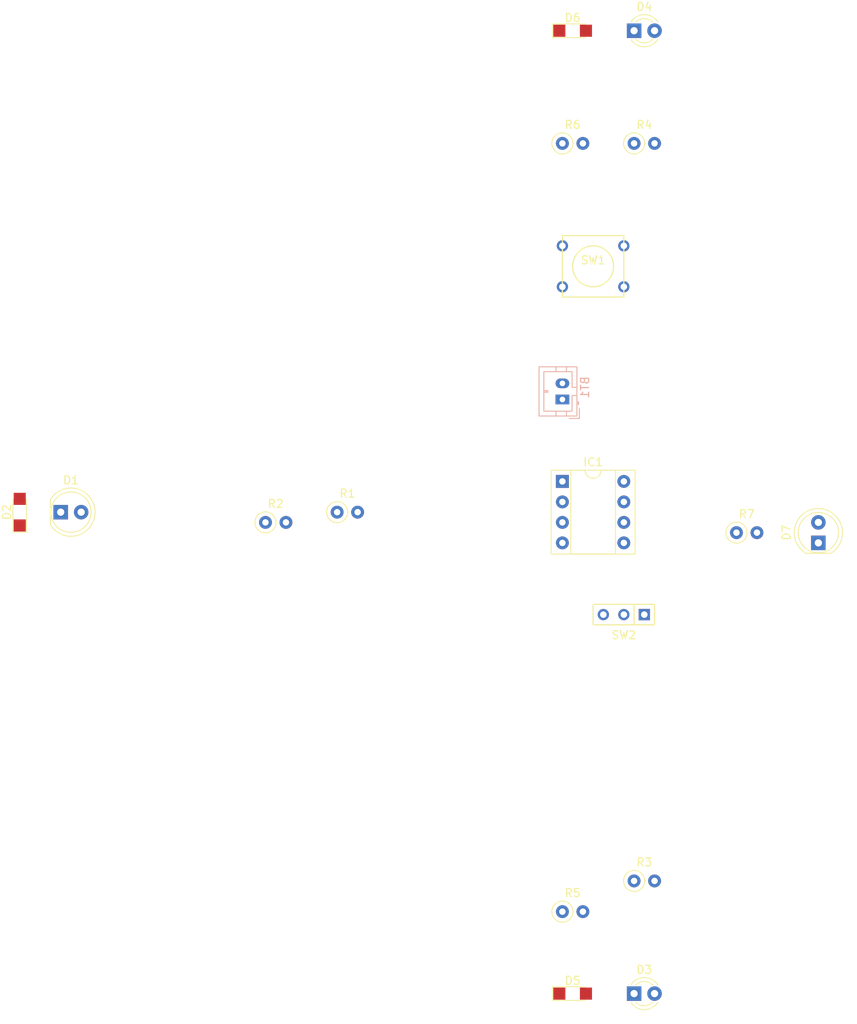
<source format=kicad_pcb>
(kicad_pcb (version 4) (host pcbnew 4.0.6)

  (general
    (links 27)
    (no_connects 27)
    (area 82.515 29.085 189.185 156.435)
    (thickness 1.6)
    (drawings 0)
    (tracks 0)
    (zones 0)
    (modules 18)
    (nets 18)
  )

  (page A4)
  (title_block
    (title "Aircraft Keychain PCB")
    (date 2017-03-26)
    (rev 1)
    (comment 1 "Matthew E. Nelson")
  )

  (layers
    (0 F.Cu signal)
    (31 B.Cu signal)
    (32 B.Adhes user)
    (33 F.Adhes user)
    (34 B.Paste user)
    (35 F.Paste user)
    (36 B.SilkS user)
    (37 F.SilkS user)
    (38 B.Mask user)
    (39 F.Mask user)
    (40 Dwgs.User user)
    (41 Cmts.User user)
    (42 Eco1.User user)
    (43 Eco2.User user)
    (44 Edge.Cuts user)
    (45 Margin user)
    (46 B.CrtYd user)
    (47 F.CrtYd user)
    (48 B.Fab user)
    (49 F.Fab user)
  )

  (setup
    (last_trace_width 0.25)
    (trace_clearance 0.2)
    (zone_clearance 0.508)
    (zone_45_only no)
    (trace_min 0.2)
    (segment_width 0.2)
    (edge_width 0.15)
    (via_size 0.6)
    (via_drill 0.4)
    (via_min_size 0.4)
    (via_min_drill 0.3)
    (uvia_size 0.3)
    (uvia_drill 0.1)
    (uvias_allowed no)
    (uvia_min_size 0.2)
    (uvia_min_drill 0.1)
    (pcb_text_width 0.3)
    (pcb_text_size 1.5 1.5)
    (mod_edge_width 0.15)
    (mod_text_size 1 1)
    (mod_text_width 0.15)
    (pad_size 1.524 1.524)
    (pad_drill 0.762)
    (pad_to_mask_clearance 0.2)
    (aux_axis_origin 0 0)
    (visible_elements 7FFFFFFF)
    (pcbplotparams
      (layerselection 0x00030_80000001)
      (usegerberextensions false)
      (excludeedgelayer true)
      (linewidth 0.100000)
      (plotframeref false)
      (viasonmask false)
      (mode 1)
      (useauxorigin false)
      (hpglpennumber 1)
      (hpglpenspeed 20)
      (hpglpendiameter 15)
      (hpglpenoverlay 2)
      (psnegative false)
      (psa4output false)
      (plotreference true)
      (plotvalue true)
      (plotinvisibletext false)
      (padsonsilk false)
      (subtractmaskfromsilk false)
      (outputformat 1)
      (mirror false)
      (drillshape 1)
      (scaleselection 1)
      (outputdirectory ""))
  )

  (net 0 "")
  (net 1 GND)
  (net 2 "Net-(D1-Pad2)")
  (net 3 "Net-(D2-Pad2)")
  (net 4 "Net-(D3-Pad2)")
  (net 5 "Net-(D4-Pad2)")
  (net 6 "Net-(D5-Pad2)")
  (net 7 "Net-(D6-Pad2)")
  (net 8 "Net-(D7-Pad2)")
  (net 9 "Net-(IC1-Pad8)")
  (net 10 "Net-(BT1-Pad1)")
  (net 11 "Net-(IC1-Pad1)")
  (net 12 "Net-(IC1-Pad5)")
  (net 13 "Net-(IC1-Pad2)")
  (net 14 "Net-(IC1-Pad6)")
  (net 15 "Net-(IC1-Pad3)")
  (net 16 "Net-(IC1-Pad7)")
  (net 17 "Net-(R7-Pad1)")

  (net_class Default "This is the default net class."
    (clearance 0.2)
    (trace_width 0.25)
    (via_dia 0.6)
    (via_drill 0.4)
    (uvia_dia 0.3)
    (uvia_drill 0.1)
    (add_net GND)
    (add_net "Net-(BT1-Pad1)")
    (add_net "Net-(D1-Pad2)")
    (add_net "Net-(D2-Pad2)")
    (add_net "Net-(D3-Pad2)")
    (add_net "Net-(D4-Pad2)")
    (add_net "Net-(D5-Pad2)")
    (add_net "Net-(D6-Pad2)")
    (add_net "Net-(D7-Pad2)")
    (add_net "Net-(IC1-Pad1)")
    (add_net "Net-(IC1-Pad2)")
    (add_net "Net-(IC1-Pad3)")
    (add_net "Net-(IC1-Pad5)")
    (add_net "Net-(IC1-Pad6)")
    (add_net "Net-(IC1-Pad7)")
    (add_net "Net-(IC1-Pad8)")
    (add_net "Net-(R7-Pad1)")
  )

  (module LEDs:LED_D5.0mm (layer F.Cu) (tedit 587A3A7B) (tstamp 58D811F0)
    (at 90.17 92.71)
    (descr "LED, diameter 5.0mm, 2 pins, http://cdn-reichelt.de/documents/datenblatt/A500/LL-504BC2E-009.pdf")
    (tags "LED diameter 5.0mm 2 pins")
    (path /58D8009C)
    (fp_text reference D1 (at 1.27 -3.96) (layer F.SilkS)
      (effects (font (size 1 1) (thickness 0.15)))
    )
    (fp_text value LED (at 1.27 3.96) (layer F.Fab)
      (effects (font (size 1 1) (thickness 0.15)))
    )
    (fp_arc (start 1.27 0) (end -1.23 -1.469694) (angle 299.1) (layer F.Fab) (width 0.1))
    (fp_arc (start 1.27 0) (end -1.29 -1.54483) (angle 148.9) (layer F.SilkS) (width 0.12))
    (fp_arc (start 1.27 0) (end -1.29 1.54483) (angle -148.9) (layer F.SilkS) (width 0.12))
    (fp_circle (center 1.27 0) (end 3.77 0) (layer F.Fab) (width 0.1))
    (fp_circle (center 1.27 0) (end 3.77 0) (layer F.SilkS) (width 0.12))
    (fp_line (start -1.23 -1.469694) (end -1.23 1.469694) (layer F.Fab) (width 0.1))
    (fp_line (start -1.29 -1.545) (end -1.29 1.545) (layer F.SilkS) (width 0.12))
    (fp_line (start -1.95 -3.25) (end -1.95 3.25) (layer F.CrtYd) (width 0.05))
    (fp_line (start -1.95 3.25) (end 4.5 3.25) (layer F.CrtYd) (width 0.05))
    (fp_line (start 4.5 3.25) (end 4.5 -3.25) (layer F.CrtYd) (width 0.05))
    (fp_line (start 4.5 -3.25) (end -1.95 -3.25) (layer F.CrtYd) (width 0.05))
    (pad 1 thru_hole rect (at 0 0) (size 1.8 1.8) (drill 0.9) (layers *.Cu *.Mask)
      (net 1 GND))
    (pad 2 thru_hole circle (at 2.54 0) (size 1.8 1.8) (drill 0.9) (layers *.Cu *.Mask)
      (net 2 "Net-(D1-Pad2)"))
    (model LEDs.3dshapes/LED_D5.0mm.wrl
      (at (xyz 0 0 0))
      (scale (xyz 0.393701 0.393701 0.393701))
      (rotate (xyz 0 0 0))
    )
  )

  (module LEDs:LED_1206 (layer F.Cu) (tedit 57FE943C) (tstamp 58D811F6)
    (at 85.09 92.71 90)
    (descr "LED 1206 smd package")
    (tags "LED led 1206 SMD smd SMT smt smdled SMDLED smtled SMTLED")
    (path /58D80133)
    (attr smd)
    (fp_text reference D2 (at 0 -1.6 90) (layer F.SilkS)
      (effects (font (size 1 1) (thickness 0.15)))
    )
    (fp_text value LED (at 0 1.7 90) (layer F.Fab)
      (effects (font (size 1 1) (thickness 0.15)))
    )
    (fp_line (start -2.5 -0.85) (end -2.5 0.85) (layer F.SilkS) (width 0.12))
    (fp_line (start -0.45 -0.4) (end -0.45 0.4) (layer F.Fab) (width 0.1))
    (fp_line (start -0.4 0) (end 0.2 -0.4) (layer F.Fab) (width 0.1))
    (fp_line (start 0.2 0.4) (end -0.4 0) (layer F.Fab) (width 0.1))
    (fp_line (start 0.2 -0.4) (end 0.2 0.4) (layer F.Fab) (width 0.1))
    (fp_line (start 1.6 0.8) (end -1.6 0.8) (layer F.Fab) (width 0.1))
    (fp_line (start 1.6 -0.8) (end 1.6 0.8) (layer F.Fab) (width 0.1))
    (fp_line (start -1.6 -0.8) (end 1.6 -0.8) (layer F.Fab) (width 0.1))
    (fp_line (start -1.6 0.8) (end -1.6 -0.8) (layer F.Fab) (width 0.1))
    (fp_line (start -2.45 0.85) (end 1.6 0.85) (layer F.SilkS) (width 0.12))
    (fp_line (start -2.45 -0.85) (end 1.6 -0.85) (layer F.SilkS) (width 0.12))
    (fp_line (start 2.65 -1) (end 2.65 1) (layer F.CrtYd) (width 0.05))
    (fp_line (start 2.65 1) (end -2.65 1) (layer F.CrtYd) (width 0.05))
    (fp_line (start -2.65 1) (end -2.65 -1) (layer F.CrtYd) (width 0.05))
    (fp_line (start -2.65 -1) (end 2.65 -1) (layer F.CrtYd) (width 0.05))
    (pad 2 smd rect (at 1.65 0 270) (size 1.5 1.5) (layers F.Cu F.Paste F.Mask)
      (net 3 "Net-(D2-Pad2)"))
    (pad 1 smd rect (at -1.65 0 270) (size 1.5 1.5) (layers F.Cu F.Paste F.Mask)
      (net 1 GND))
    (model LEDs.3dshapes/LED_1206.wrl
      (at (xyz 0 0 0))
      (scale (xyz 1 1 1))
      (rotate (xyz 0 0 180))
    )
  )

  (module LEDs:LED_D3.0mm (layer F.Cu) (tedit 587A3A7B) (tstamp 58D811FC)
    (at 161.29 152.4)
    (descr "LED, diameter 3.0mm, 2 pins")
    (tags "LED diameter 3.0mm 2 pins")
    (path /58D8018C)
    (fp_text reference D3 (at 1.27 -2.96) (layer F.SilkS)
      (effects (font (size 1 1) (thickness 0.15)))
    )
    (fp_text value LED (at 1.27 2.96) (layer F.Fab)
      (effects (font (size 1 1) (thickness 0.15)))
    )
    (fp_arc (start 1.27 0) (end -0.23 -1.16619) (angle 284.3) (layer F.Fab) (width 0.1))
    (fp_arc (start 1.27 0) (end -0.29 -1.235516) (angle 108.8) (layer F.SilkS) (width 0.12))
    (fp_arc (start 1.27 0) (end -0.29 1.235516) (angle -108.8) (layer F.SilkS) (width 0.12))
    (fp_arc (start 1.27 0) (end 0.229039 -1.08) (angle 87.9) (layer F.SilkS) (width 0.12))
    (fp_arc (start 1.27 0) (end 0.229039 1.08) (angle -87.9) (layer F.SilkS) (width 0.12))
    (fp_circle (center 1.27 0) (end 2.77 0) (layer F.Fab) (width 0.1))
    (fp_line (start -0.23 -1.16619) (end -0.23 1.16619) (layer F.Fab) (width 0.1))
    (fp_line (start -0.29 -1.236) (end -0.29 -1.08) (layer F.SilkS) (width 0.12))
    (fp_line (start -0.29 1.08) (end -0.29 1.236) (layer F.SilkS) (width 0.12))
    (fp_line (start -1.15 -2.25) (end -1.15 2.25) (layer F.CrtYd) (width 0.05))
    (fp_line (start -1.15 2.25) (end 3.7 2.25) (layer F.CrtYd) (width 0.05))
    (fp_line (start 3.7 2.25) (end 3.7 -2.25) (layer F.CrtYd) (width 0.05))
    (fp_line (start 3.7 -2.25) (end -1.15 -2.25) (layer F.CrtYd) (width 0.05))
    (pad 1 thru_hole rect (at 0 0) (size 1.8 1.8) (drill 0.9) (layers *.Cu *.Mask)
      (net 1 GND))
    (pad 2 thru_hole circle (at 2.54 0) (size 1.8 1.8) (drill 0.9) (layers *.Cu *.Mask)
      (net 4 "Net-(D3-Pad2)"))
    (model LEDs.3dshapes/LED_D3.0mm.wrl
      (at (xyz 0 0 0))
      (scale (xyz 0.393701 0.393701 0.393701))
      (rotate (xyz 0 0 0))
    )
  )

  (module LEDs:LED_D3.0mm (layer F.Cu) (tedit 587A3A7B) (tstamp 58D81202)
    (at 161.29 33.02)
    (descr "LED, diameter 3.0mm, 2 pins")
    (tags "LED diameter 3.0mm 2 pins")
    (path /58D8023B)
    (fp_text reference D4 (at 1.27 -2.96) (layer F.SilkS)
      (effects (font (size 1 1) (thickness 0.15)))
    )
    (fp_text value LED (at 1.27 2.96) (layer F.Fab)
      (effects (font (size 1 1) (thickness 0.15)))
    )
    (fp_arc (start 1.27 0) (end -0.23 -1.16619) (angle 284.3) (layer F.Fab) (width 0.1))
    (fp_arc (start 1.27 0) (end -0.29 -1.235516) (angle 108.8) (layer F.SilkS) (width 0.12))
    (fp_arc (start 1.27 0) (end -0.29 1.235516) (angle -108.8) (layer F.SilkS) (width 0.12))
    (fp_arc (start 1.27 0) (end 0.229039 -1.08) (angle 87.9) (layer F.SilkS) (width 0.12))
    (fp_arc (start 1.27 0) (end 0.229039 1.08) (angle -87.9) (layer F.SilkS) (width 0.12))
    (fp_circle (center 1.27 0) (end 2.77 0) (layer F.Fab) (width 0.1))
    (fp_line (start -0.23 -1.16619) (end -0.23 1.16619) (layer F.Fab) (width 0.1))
    (fp_line (start -0.29 -1.236) (end -0.29 -1.08) (layer F.SilkS) (width 0.12))
    (fp_line (start -0.29 1.08) (end -0.29 1.236) (layer F.SilkS) (width 0.12))
    (fp_line (start -1.15 -2.25) (end -1.15 2.25) (layer F.CrtYd) (width 0.05))
    (fp_line (start -1.15 2.25) (end 3.7 2.25) (layer F.CrtYd) (width 0.05))
    (fp_line (start 3.7 2.25) (end 3.7 -2.25) (layer F.CrtYd) (width 0.05))
    (fp_line (start 3.7 -2.25) (end -1.15 -2.25) (layer F.CrtYd) (width 0.05))
    (pad 1 thru_hole rect (at 0 0) (size 1.8 1.8) (drill 0.9) (layers *.Cu *.Mask)
      (net 1 GND))
    (pad 2 thru_hole circle (at 2.54 0) (size 1.8 1.8) (drill 0.9) (layers *.Cu *.Mask)
      (net 5 "Net-(D4-Pad2)"))
    (model LEDs.3dshapes/LED_D3.0mm.wrl
      (at (xyz 0 0 0))
      (scale (xyz 0.393701 0.393701 0.393701))
      (rotate (xyz 0 0 0))
    )
  )

  (module LEDs:LED_1206 (layer F.Cu) (tedit 57FE943C) (tstamp 58D81208)
    (at 153.67 152.4)
    (descr "LED 1206 smd package")
    (tags "LED led 1206 SMD smd SMT smt smdled SMDLED smtled SMTLED")
    (path /58D8036C)
    (attr smd)
    (fp_text reference D5 (at 0 -1.6) (layer F.SilkS)
      (effects (font (size 1 1) (thickness 0.15)))
    )
    (fp_text value LED (at 0 1.7) (layer F.Fab)
      (effects (font (size 1 1) (thickness 0.15)))
    )
    (fp_line (start -2.5 -0.85) (end -2.5 0.85) (layer F.SilkS) (width 0.12))
    (fp_line (start -0.45 -0.4) (end -0.45 0.4) (layer F.Fab) (width 0.1))
    (fp_line (start -0.4 0) (end 0.2 -0.4) (layer F.Fab) (width 0.1))
    (fp_line (start 0.2 0.4) (end -0.4 0) (layer F.Fab) (width 0.1))
    (fp_line (start 0.2 -0.4) (end 0.2 0.4) (layer F.Fab) (width 0.1))
    (fp_line (start 1.6 0.8) (end -1.6 0.8) (layer F.Fab) (width 0.1))
    (fp_line (start 1.6 -0.8) (end 1.6 0.8) (layer F.Fab) (width 0.1))
    (fp_line (start -1.6 -0.8) (end 1.6 -0.8) (layer F.Fab) (width 0.1))
    (fp_line (start -1.6 0.8) (end -1.6 -0.8) (layer F.Fab) (width 0.1))
    (fp_line (start -2.45 0.85) (end 1.6 0.85) (layer F.SilkS) (width 0.12))
    (fp_line (start -2.45 -0.85) (end 1.6 -0.85) (layer F.SilkS) (width 0.12))
    (fp_line (start 2.65 -1) (end 2.65 1) (layer F.CrtYd) (width 0.05))
    (fp_line (start 2.65 1) (end -2.65 1) (layer F.CrtYd) (width 0.05))
    (fp_line (start -2.65 1) (end -2.65 -1) (layer F.CrtYd) (width 0.05))
    (fp_line (start -2.65 -1) (end 2.65 -1) (layer F.CrtYd) (width 0.05))
    (pad 2 smd rect (at 1.65 0 180) (size 1.5 1.5) (layers F.Cu F.Paste F.Mask)
      (net 6 "Net-(D5-Pad2)"))
    (pad 1 smd rect (at -1.65 0 180) (size 1.5 1.5) (layers F.Cu F.Paste F.Mask)
      (net 1 GND))
    (model LEDs.3dshapes/LED_1206.wrl
      (at (xyz 0 0 0))
      (scale (xyz 1 1 1))
      (rotate (xyz 0 0 180))
    )
  )

  (module LEDs:LED_1206 (layer F.Cu) (tedit 57FE943C) (tstamp 58D8120E)
    (at 153.67 33.02)
    (descr "LED 1206 smd package")
    (tags "LED led 1206 SMD smd SMT smt smdled SMDLED smtled SMTLED")
    (path /58D80AA4)
    (attr smd)
    (fp_text reference D6 (at 0 -1.6) (layer F.SilkS)
      (effects (font (size 1 1) (thickness 0.15)))
    )
    (fp_text value LED (at 0 1.7) (layer F.Fab)
      (effects (font (size 1 1) (thickness 0.15)))
    )
    (fp_line (start -2.5 -0.85) (end -2.5 0.85) (layer F.SilkS) (width 0.12))
    (fp_line (start -0.45 -0.4) (end -0.45 0.4) (layer F.Fab) (width 0.1))
    (fp_line (start -0.4 0) (end 0.2 -0.4) (layer F.Fab) (width 0.1))
    (fp_line (start 0.2 0.4) (end -0.4 0) (layer F.Fab) (width 0.1))
    (fp_line (start 0.2 -0.4) (end 0.2 0.4) (layer F.Fab) (width 0.1))
    (fp_line (start 1.6 0.8) (end -1.6 0.8) (layer F.Fab) (width 0.1))
    (fp_line (start 1.6 -0.8) (end 1.6 0.8) (layer F.Fab) (width 0.1))
    (fp_line (start -1.6 -0.8) (end 1.6 -0.8) (layer F.Fab) (width 0.1))
    (fp_line (start -1.6 0.8) (end -1.6 -0.8) (layer F.Fab) (width 0.1))
    (fp_line (start -2.45 0.85) (end 1.6 0.85) (layer F.SilkS) (width 0.12))
    (fp_line (start -2.45 -0.85) (end 1.6 -0.85) (layer F.SilkS) (width 0.12))
    (fp_line (start 2.65 -1) (end 2.65 1) (layer F.CrtYd) (width 0.05))
    (fp_line (start 2.65 1) (end -2.65 1) (layer F.CrtYd) (width 0.05))
    (fp_line (start -2.65 1) (end -2.65 -1) (layer F.CrtYd) (width 0.05))
    (fp_line (start -2.65 -1) (end 2.65 -1) (layer F.CrtYd) (width 0.05))
    (pad 2 smd rect (at 1.65 0 180) (size 1.5 1.5) (layers F.Cu F.Paste F.Mask)
      (net 7 "Net-(D6-Pad2)"))
    (pad 1 smd rect (at -1.65 0 180) (size 1.5 1.5) (layers F.Cu F.Paste F.Mask)
      (net 1 GND))
    (model LEDs.3dshapes/LED_1206.wrl
      (at (xyz 0 0 0))
      (scale (xyz 1 1 1))
      (rotate (xyz 0 0 180))
    )
  )

  (module LEDs:LED_D5.0mm (layer F.Cu) (tedit 587A3A7B) (tstamp 58D81214)
    (at 184.15 96.52 90)
    (descr "LED, diameter 5.0mm, 2 pins, http://cdn-reichelt.de/documents/datenblatt/A500/LL-504BC2E-009.pdf")
    (tags "LED diameter 5.0mm 2 pins")
    (path /58D8158B)
    (fp_text reference D7 (at 1.27 -3.96 90) (layer F.SilkS)
      (effects (font (size 1 1) (thickness 0.15)))
    )
    (fp_text value LED (at 1.27 3.96 90) (layer F.Fab)
      (effects (font (size 1 1) (thickness 0.15)))
    )
    (fp_arc (start 1.27 0) (end -1.23 -1.469694) (angle 299.1) (layer F.Fab) (width 0.1))
    (fp_arc (start 1.27 0) (end -1.29 -1.54483) (angle 148.9) (layer F.SilkS) (width 0.12))
    (fp_arc (start 1.27 0) (end -1.29 1.54483) (angle -148.9) (layer F.SilkS) (width 0.12))
    (fp_circle (center 1.27 0) (end 3.77 0) (layer F.Fab) (width 0.1))
    (fp_circle (center 1.27 0) (end 3.77 0) (layer F.SilkS) (width 0.12))
    (fp_line (start -1.23 -1.469694) (end -1.23 1.469694) (layer F.Fab) (width 0.1))
    (fp_line (start -1.29 -1.545) (end -1.29 1.545) (layer F.SilkS) (width 0.12))
    (fp_line (start -1.95 -3.25) (end -1.95 3.25) (layer F.CrtYd) (width 0.05))
    (fp_line (start -1.95 3.25) (end 4.5 3.25) (layer F.CrtYd) (width 0.05))
    (fp_line (start 4.5 3.25) (end 4.5 -3.25) (layer F.CrtYd) (width 0.05))
    (fp_line (start 4.5 -3.25) (end -1.95 -3.25) (layer F.CrtYd) (width 0.05))
    (pad 1 thru_hole rect (at 0 0 90) (size 1.8 1.8) (drill 0.9) (layers *.Cu *.Mask)
      (net 1 GND))
    (pad 2 thru_hole circle (at 2.54 0 90) (size 1.8 1.8) (drill 0.9) (layers *.Cu *.Mask)
      (net 8 "Net-(D7-Pad2)"))
    (model LEDs.3dshapes/LED_D5.0mm.wrl
      (at (xyz 0 0 0))
      (scale (xyz 0.393701 0.393701 0.393701))
      (rotate (xyz 0 0 0))
    )
  )

  (module Housings_DIP:DIP-8_W7.62mm_Socket (layer F.Cu) (tedit 586281B4) (tstamp 58D81220)
    (at 152.4 88.9)
    (descr "8-lead dip package, row spacing 7.62 mm (300 mils), Socket")
    (tags "DIL DIP PDIP 2.54mm 7.62mm 300mil Socket")
    (path /58D827D7)
    (fp_text reference IC1 (at 3.81 -2.39) (layer F.SilkS)
      (effects (font (size 1 1) (thickness 0.15)))
    )
    (fp_text value ATTINY85-P (at 3.81 10.01) (layer F.Fab)
      (effects (font (size 1 1) (thickness 0.15)))
    )
    (fp_arc (start 3.81 -1.39) (end 2.81 -1.39) (angle -180) (layer F.SilkS) (width 0.12))
    (fp_line (start 1.635 -1.27) (end 6.985 -1.27) (layer F.Fab) (width 0.1))
    (fp_line (start 6.985 -1.27) (end 6.985 8.89) (layer F.Fab) (width 0.1))
    (fp_line (start 6.985 8.89) (end 0.635 8.89) (layer F.Fab) (width 0.1))
    (fp_line (start 0.635 8.89) (end 0.635 -0.27) (layer F.Fab) (width 0.1))
    (fp_line (start 0.635 -0.27) (end 1.635 -1.27) (layer F.Fab) (width 0.1))
    (fp_line (start -1.27 -1.27) (end -1.27 8.89) (layer F.Fab) (width 0.1))
    (fp_line (start -1.27 8.89) (end 8.89 8.89) (layer F.Fab) (width 0.1))
    (fp_line (start 8.89 8.89) (end 8.89 -1.27) (layer F.Fab) (width 0.1))
    (fp_line (start 8.89 -1.27) (end -1.27 -1.27) (layer F.Fab) (width 0.1))
    (fp_line (start 2.81 -1.39) (end 1.04 -1.39) (layer F.SilkS) (width 0.12))
    (fp_line (start 1.04 -1.39) (end 1.04 9.01) (layer F.SilkS) (width 0.12))
    (fp_line (start 1.04 9.01) (end 6.58 9.01) (layer F.SilkS) (width 0.12))
    (fp_line (start 6.58 9.01) (end 6.58 -1.39) (layer F.SilkS) (width 0.12))
    (fp_line (start 6.58 -1.39) (end 4.81 -1.39) (layer F.SilkS) (width 0.12))
    (fp_line (start -1.39 -1.39) (end -1.39 9.01) (layer F.SilkS) (width 0.12))
    (fp_line (start -1.39 9.01) (end 9.01 9.01) (layer F.SilkS) (width 0.12))
    (fp_line (start 9.01 9.01) (end 9.01 -1.39) (layer F.SilkS) (width 0.12))
    (fp_line (start 9.01 -1.39) (end -1.39 -1.39) (layer F.SilkS) (width 0.12))
    (fp_line (start -1.7 -1.7) (end -1.7 9.3) (layer F.CrtYd) (width 0.05))
    (fp_line (start -1.7 9.3) (end 9.3 9.3) (layer F.CrtYd) (width 0.05))
    (fp_line (start 9.3 9.3) (end 9.3 -1.7) (layer F.CrtYd) (width 0.05))
    (fp_line (start 9.3 -1.7) (end -1.7 -1.7) (layer F.CrtYd) (width 0.05))
    (pad 1 thru_hole rect (at 0 0) (size 1.6 1.6) (drill 0.8) (layers *.Cu *.Mask)
      (net 11 "Net-(IC1-Pad1)"))
    (pad 5 thru_hole oval (at 7.62 7.62) (size 1.6 1.6) (drill 0.8) (layers *.Cu *.Mask)
      (net 12 "Net-(IC1-Pad5)"))
    (pad 2 thru_hole oval (at 0 2.54) (size 1.6 1.6) (drill 0.8) (layers *.Cu *.Mask)
      (net 13 "Net-(IC1-Pad2)"))
    (pad 6 thru_hole oval (at 7.62 5.08) (size 1.6 1.6) (drill 0.8) (layers *.Cu *.Mask)
      (net 14 "Net-(IC1-Pad6)"))
    (pad 3 thru_hole oval (at 0 5.08) (size 1.6 1.6) (drill 0.8) (layers *.Cu *.Mask)
      (net 15 "Net-(IC1-Pad3)"))
    (pad 7 thru_hole oval (at 7.62 2.54) (size 1.6 1.6) (drill 0.8) (layers *.Cu *.Mask)
      (net 16 "Net-(IC1-Pad7)"))
    (pad 4 thru_hole oval (at 0 7.62) (size 1.6 1.6) (drill 0.8) (layers *.Cu *.Mask)
      (net 1 GND))
    (pad 8 thru_hole oval (at 7.62 0) (size 1.6 1.6) (drill 0.8) (layers *.Cu *.Mask)
      (net 9 "Net-(IC1-Pad8)"))
    (model Housings_DIP.3dshapes/DIP-8_W7.62mm_Socket.wrl
      (at (xyz 0 0 0))
      (scale (xyz 1 1 1))
      (rotate (xyz 0 0 0))
    )
  )

  (module Resistors_ThroughHole:R_Axial_DIN0207_L6.3mm_D2.5mm_P2.54mm_Vertical (layer F.Cu) (tedit 5874F706) (tstamp 58E08C95)
    (at 124.46 92.71)
    (descr "Resistor, Axial_DIN0207 series, Axial, Vertical, pin pitch=2.54mm, 0.25W = 1/4W, length*diameter=6.3*2.5mm^2, http://cdn-reichelt.de/documents/datenblatt/B400/1_4W%23YAG.pdf")
    (tags "Resistor Axial_DIN0207 series Axial Vertical pin pitch 2.54mm 0.25W = 1/4W length 6.3mm diameter 2.5mm")
    (path /58E07A9A)
    (fp_text reference R1 (at 1.27 -2.31) (layer F.SilkS)
      (effects (font (size 1 1) (thickness 0.15)))
    )
    (fp_text value 100 (at 1.27 2.31) (layer F.Fab)
      (effects (font (size 1 1) (thickness 0.15)))
    )
    (fp_circle (center 0 0) (end 1.25 0) (layer F.Fab) (width 0.1))
    (fp_circle (center 0 0) (end 1.31 0) (layer F.SilkS) (width 0.12))
    (fp_line (start 0 0) (end 2.54 0) (layer F.Fab) (width 0.1))
    (fp_line (start 1.31 0) (end 1.44 0) (layer F.SilkS) (width 0.12))
    (fp_line (start -1.6 -1.6) (end -1.6 1.6) (layer F.CrtYd) (width 0.05))
    (fp_line (start -1.6 1.6) (end 3.65 1.6) (layer F.CrtYd) (width 0.05))
    (fp_line (start 3.65 1.6) (end 3.65 -1.6) (layer F.CrtYd) (width 0.05))
    (fp_line (start 3.65 -1.6) (end -1.6 -1.6) (layer F.CrtYd) (width 0.05))
    (pad 1 thru_hole circle (at 0 0) (size 1.6 1.6) (drill 0.8) (layers *.Cu *.Mask)
      (net 12 "Net-(IC1-Pad5)"))
    (pad 2 thru_hole oval (at 2.54 0) (size 1.6 1.6) (drill 0.8) (layers *.Cu *.Mask)
      (net 2 "Net-(D1-Pad2)"))
    (model Resistors_THT.3dshapes/R_Axial_DIN0207_L6.3mm_D2.5mm_P2.54mm_Vertical.wrl
      (at (xyz 0 0 0))
      (scale (xyz 0.393701 0.393701 0.393701))
      (rotate (xyz 0 0 0))
    )
  )

  (module Resistors_ThroughHole:R_Axial_DIN0207_L6.3mm_D2.5mm_P2.54mm_Vertical (layer F.Cu) (tedit 5874F706) (tstamp 58E08C9B)
    (at 115.57 93.98)
    (descr "Resistor, Axial_DIN0207 series, Axial, Vertical, pin pitch=2.54mm, 0.25W = 1/4W, length*diameter=6.3*2.5mm^2, http://cdn-reichelt.de/documents/datenblatt/B400/1_4W%23YAG.pdf")
    (tags "Resistor Axial_DIN0207 series Axial Vertical pin pitch 2.54mm 0.25W = 1/4W length 6.3mm diameter 2.5mm")
    (path /58E07B96)
    (fp_text reference R2 (at 1.27 -2.31) (layer F.SilkS)
      (effects (font (size 1 1) (thickness 0.15)))
    )
    (fp_text value 100 (at 1.27 2.31) (layer F.Fab)
      (effects (font (size 1 1) (thickness 0.15)))
    )
    (fp_circle (center 0 0) (end 1.25 0) (layer F.Fab) (width 0.1))
    (fp_circle (center 0 0) (end 1.31 0) (layer F.SilkS) (width 0.12))
    (fp_line (start 0 0) (end 2.54 0) (layer F.Fab) (width 0.1))
    (fp_line (start 1.31 0) (end 1.44 0) (layer F.SilkS) (width 0.12))
    (fp_line (start -1.6 -1.6) (end -1.6 1.6) (layer F.CrtYd) (width 0.05))
    (fp_line (start -1.6 1.6) (end 3.65 1.6) (layer F.CrtYd) (width 0.05))
    (fp_line (start 3.65 1.6) (end 3.65 -1.6) (layer F.CrtYd) (width 0.05))
    (fp_line (start 3.65 -1.6) (end -1.6 -1.6) (layer F.CrtYd) (width 0.05))
    (pad 1 thru_hole circle (at 0 0) (size 1.6 1.6) (drill 0.8) (layers *.Cu *.Mask)
      (net 14 "Net-(IC1-Pad6)"))
    (pad 2 thru_hole oval (at 2.54 0) (size 1.6 1.6) (drill 0.8) (layers *.Cu *.Mask)
      (net 3 "Net-(D2-Pad2)"))
    (model Resistors_THT.3dshapes/R_Axial_DIN0207_L6.3mm_D2.5mm_P2.54mm_Vertical.wrl
      (at (xyz 0 0 0))
      (scale (xyz 0.393701 0.393701 0.393701))
      (rotate (xyz 0 0 0))
    )
  )

  (module Resistors_ThroughHole:R_Axial_DIN0207_L6.3mm_D2.5mm_P2.54mm_Vertical (layer F.Cu) (tedit 5874F706) (tstamp 58E08CA1)
    (at 161.29 138.43)
    (descr "Resistor, Axial_DIN0207 series, Axial, Vertical, pin pitch=2.54mm, 0.25W = 1/4W, length*diameter=6.3*2.5mm^2, http://cdn-reichelt.de/documents/datenblatt/B400/1_4W%23YAG.pdf")
    (tags "Resistor Axial_DIN0207 series Axial Vertical pin pitch 2.54mm 0.25W = 1/4W length 6.3mm diameter 2.5mm")
    (path /58E07BFF)
    (fp_text reference R3 (at 1.27 -2.31) (layer F.SilkS)
      (effects (font (size 1 1) (thickness 0.15)))
    )
    (fp_text value 100 (at 1.27 2.31) (layer F.Fab)
      (effects (font (size 1 1) (thickness 0.15)))
    )
    (fp_circle (center 0 0) (end 1.25 0) (layer F.Fab) (width 0.1))
    (fp_circle (center 0 0) (end 1.31 0) (layer F.SilkS) (width 0.12))
    (fp_line (start 0 0) (end 2.54 0) (layer F.Fab) (width 0.1))
    (fp_line (start 1.31 0) (end 1.44 0) (layer F.SilkS) (width 0.12))
    (fp_line (start -1.6 -1.6) (end -1.6 1.6) (layer F.CrtYd) (width 0.05))
    (fp_line (start -1.6 1.6) (end 3.65 1.6) (layer F.CrtYd) (width 0.05))
    (fp_line (start 3.65 1.6) (end 3.65 -1.6) (layer F.CrtYd) (width 0.05))
    (fp_line (start 3.65 -1.6) (end -1.6 -1.6) (layer F.CrtYd) (width 0.05))
    (pad 1 thru_hole circle (at 0 0) (size 1.6 1.6) (drill 0.8) (layers *.Cu *.Mask)
      (net 16 "Net-(IC1-Pad7)"))
    (pad 2 thru_hole oval (at 2.54 0) (size 1.6 1.6) (drill 0.8) (layers *.Cu *.Mask)
      (net 4 "Net-(D3-Pad2)"))
    (model Resistors_THT.3dshapes/R_Axial_DIN0207_L6.3mm_D2.5mm_P2.54mm_Vertical.wrl
      (at (xyz 0 0 0))
      (scale (xyz 0.393701 0.393701 0.393701))
      (rotate (xyz 0 0 0))
    )
  )

  (module Resistors_ThroughHole:R_Axial_DIN0207_L6.3mm_D2.5mm_P2.54mm_Vertical (layer F.Cu) (tedit 5874F706) (tstamp 58E08CA7)
    (at 161.29 46.99)
    (descr "Resistor, Axial_DIN0207 series, Axial, Vertical, pin pitch=2.54mm, 0.25W = 1/4W, length*diameter=6.3*2.5mm^2, http://cdn-reichelt.de/documents/datenblatt/B400/1_4W%23YAG.pdf")
    (tags "Resistor Axial_DIN0207 series Axial Vertical pin pitch 2.54mm 0.25W = 1/4W length 6.3mm diameter 2.5mm")
    (path /58E07C60)
    (fp_text reference R4 (at 1.27 -2.31) (layer F.SilkS)
      (effects (font (size 1 1) (thickness 0.15)))
    )
    (fp_text value 100 (at 1.27 2.31) (layer F.Fab)
      (effects (font (size 1 1) (thickness 0.15)))
    )
    (fp_circle (center 0 0) (end 1.25 0) (layer F.Fab) (width 0.1))
    (fp_circle (center 0 0) (end 1.31 0) (layer F.SilkS) (width 0.12))
    (fp_line (start 0 0) (end 2.54 0) (layer F.Fab) (width 0.1))
    (fp_line (start 1.31 0) (end 1.44 0) (layer F.SilkS) (width 0.12))
    (fp_line (start -1.6 -1.6) (end -1.6 1.6) (layer F.CrtYd) (width 0.05))
    (fp_line (start -1.6 1.6) (end 3.65 1.6) (layer F.CrtYd) (width 0.05))
    (fp_line (start 3.65 1.6) (end 3.65 -1.6) (layer F.CrtYd) (width 0.05))
    (fp_line (start 3.65 -1.6) (end -1.6 -1.6) (layer F.CrtYd) (width 0.05))
    (pad 1 thru_hole circle (at 0 0) (size 1.6 1.6) (drill 0.8) (layers *.Cu *.Mask)
      (net 13 "Net-(IC1-Pad2)"))
    (pad 2 thru_hole oval (at 2.54 0) (size 1.6 1.6) (drill 0.8) (layers *.Cu *.Mask)
      (net 5 "Net-(D4-Pad2)"))
    (model Resistors_THT.3dshapes/R_Axial_DIN0207_L6.3mm_D2.5mm_P2.54mm_Vertical.wrl
      (at (xyz 0 0 0))
      (scale (xyz 0.393701 0.393701 0.393701))
      (rotate (xyz 0 0 0))
    )
  )

  (module Resistors_ThroughHole:R_Axial_DIN0207_L6.3mm_D2.5mm_P2.54mm_Vertical (layer F.Cu) (tedit 5874F706) (tstamp 58E08CAD)
    (at 152.4 142.24)
    (descr "Resistor, Axial_DIN0207 series, Axial, Vertical, pin pitch=2.54mm, 0.25W = 1/4W, length*diameter=6.3*2.5mm^2, http://cdn-reichelt.de/documents/datenblatt/B400/1_4W%23YAG.pdf")
    (tags "Resistor Axial_DIN0207 series Axial Vertical pin pitch 2.54mm 0.25W = 1/4W length 6.3mm diameter 2.5mm")
    (path /58E07CA3)
    (fp_text reference R5 (at 1.27 -2.31) (layer F.SilkS)
      (effects (font (size 1 1) (thickness 0.15)))
    )
    (fp_text value 100 (at 1.27 2.31) (layer F.Fab)
      (effects (font (size 1 1) (thickness 0.15)))
    )
    (fp_circle (center 0 0) (end 1.25 0) (layer F.Fab) (width 0.1))
    (fp_circle (center 0 0) (end 1.31 0) (layer F.SilkS) (width 0.12))
    (fp_line (start 0 0) (end 2.54 0) (layer F.Fab) (width 0.1))
    (fp_line (start 1.31 0) (end 1.44 0) (layer F.SilkS) (width 0.12))
    (fp_line (start -1.6 -1.6) (end -1.6 1.6) (layer F.CrtYd) (width 0.05))
    (fp_line (start -1.6 1.6) (end 3.65 1.6) (layer F.CrtYd) (width 0.05))
    (fp_line (start 3.65 1.6) (end 3.65 -1.6) (layer F.CrtYd) (width 0.05))
    (fp_line (start 3.65 -1.6) (end -1.6 -1.6) (layer F.CrtYd) (width 0.05))
    (pad 1 thru_hole circle (at 0 0) (size 1.6 1.6) (drill 0.8) (layers *.Cu *.Mask)
      (net 15 "Net-(IC1-Pad3)"))
    (pad 2 thru_hole oval (at 2.54 0) (size 1.6 1.6) (drill 0.8) (layers *.Cu *.Mask)
      (net 6 "Net-(D5-Pad2)"))
    (model Resistors_THT.3dshapes/R_Axial_DIN0207_L6.3mm_D2.5mm_P2.54mm_Vertical.wrl
      (at (xyz 0 0 0))
      (scale (xyz 0.393701 0.393701 0.393701))
      (rotate (xyz 0 0 0))
    )
  )

  (module Resistors_ThroughHole:R_Axial_DIN0207_L6.3mm_D2.5mm_P2.54mm_Vertical (layer F.Cu) (tedit 5874F706) (tstamp 58E08CB3)
    (at 152.4 46.99)
    (descr "Resistor, Axial_DIN0207 series, Axial, Vertical, pin pitch=2.54mm, 0.25W = 1/4W, length*diameter=6.3*2.5mm^2, http://cdn-reichelt.de/documents/datenblatt/B400/1_4W%23YAG.pdf")
    (tags "Resistor Axial_DIN0207 series Axial Vertical pin pitch 2.54mm 0.25W = 1/4W length 6.3mm diameter 2.5mm")
    (path /58E07CDC)
    (fp_text reference R6 (at 1.27 -2.31) (layer F.SilkS)
      (effects (font (size 1 1) (thickness 0.15)))
    )
    (fp_text value 100 (at 1.27 2.31) (layer F.Fab)
      (effects (font (size 1 1) (thickness 0.15)))
    )
    (fp_circle (center 0 0) (end 1.25 0) (layer F.Fab) (width 0.1))
    (fp_circle (center 0 0) (end 1.31 0) (layer F.SilkS) (width 0.12))
    (fp_line (start 0 0) (end 2.54 0) (layer F.Fab) (width 0.1))
    (fp_line (start 1.31 0) (end 1.44 0) (layer F.SilkS) (width 0.12))
    (fp_line (start -1.6 -1.6) (end -1.6 1.6) (layer F.CrtYd) (width 0.05))
    (fp_line (start -1.6 1.6) (end 3.65 1.6) (layer F.CrtYd) (width 0.05))
    (fp_line (start 3.65 1.6) (end 3.65 -1.6) (layer F.CrtYd) (width 0.05))
    (fp_line (start 3.65 -1.6) (end -1.6 -1.6) (layer F.CrtYd) (width 0.05))
    (pad 1 thru_hole circle (at 0 0) (size 1.6 1.6) (drill 0.8) (layers *.Cu *.Mask)
      (net 11 "Net-(IC1-Pad1)"))
    (pad 2 thru_hole oval (at 2.54 0) (size 1.6 1.6) (drill 0.8) (layers *.Cu *.Mask)
      (net 7 "Net-(D6-Pad2)"))
    (model Resistors_THT.3dshapes/R_Axial_DIN0207_L6.3mm_D2.5mm_P2.54mm_Vertical.wrl
      (at (xyz 0 0 0))
      (scale (xyz 0.393701 0.393701 0.393701))
      (rotate (xyz 0 0 0))
    )
  )

  (module Resistors_ThroughHole:R_Axial_DIN0207_L6.3mm_D2.5mm_P2.54mm_Vertical (layer F.Cu) (tedit 5874F706) (tstamp 58E08CB9)
    (at 173.99 95.25)
    (descr "Resistor, Axial_DIN0207 series, Axial, Vertical, pin pitch=2.54mm, 0.25W = 1/4W, length*diameter=6.3*2.5mm^2, http://cdn-reichelt.de/documents/datenblatt/B400/1_4W%23YAG.pdf")
    (tags "Resistor Axial_DIN0207 series Axial Vertical pin pitch 2.54mm 0.25W = 1/4W length 6.3mm diameter 2.5mm")
    (path /58E07D29)
    (fp_text reference R7 (at 1.27 -2.31) (layer F.SilkS)
      (effects (font (size 1 1) (thickness 0.15)))
    )
    (fp_text value 50 (at 1.27 2.31) (layer F.Fab)
      (effects (font (size 1 1) (thickness 0.15)))
    )
    (fp_circle (center 0 0) (end 1.25 0) (layer F.Fab) (width 0.1))
    (fp_circle (center 0 0) (end 1.31 0) (layer F.SilkS) (width 0.12))
    (fp_line (start 0 0) (end 2.54 0) (layer F.Fab) (width 0.1))
    (fp_line (start 1.31 0) (end 1.44 0) (layer F.SilkS) (width 0.12))
    (fp_line (start -1.6 -1.6) (end -1.6 1.6) (layer F.CrtYd) (width 0.05))
    (fp_line (start -1.6 1.6) (end 3.65 1.6) (layer F.CrtYd) (width 0.05))
    (fp_line (start 3.65 1.6) (end 3.65 -1.6) (layer F.CrtYd) (width 0.05))
    (fp_line (start 3.65 -1.6) (end -1.6 -1.6) (layer F.CrtYd) (width 0.05))
    (pad 1 thru_hole circle (at 0 0) (size 1.6 1.6) (drill 0.8) (layers *.Cu *.Mask)
      (net 17 "Net-(R7-Pad1)"))
    (pad 2 thru_hole oval (at 2.54 0) (size 1.6 1.6) (drill 0.8) (layers *.Cu *.Mask)
      (net 8 "Net-(D7-Pad2)"))
    (model Resistors_THT.3dshapes/R_Axial_DIN0207_L6.3mm_D2.5mm_P2.54mm_Vertical.wrl
      (at (xyz 0 0 0))
      (scale (xyz 0.393701 0.393701 0.393701))
      (rotate (xyz 0 0 0))
    )
  )

  (module Connectors_JST:JST_PH_B2B-PH-K_02x2.00mm_Straight (layer B.Cu) (tedit 58A2F0E8) (tstamp 58E08D04)
    (at 152.4 78.74 90)
    (descr "JST PH series connector, B2B-PH-K, top entry type, through hole, Datasheet: http://www.jst-mfg.com/product/pdf/eng/ePH.pdf")
    (tags "connector jst ph")
    (path /58D828CF)
    (fp_text reference BT1 (at 1.5 2.8 90) (layer B.SilkS)
      (effects (font (size 1 1) (thickness 0.15)) (justify mirror))
    )
    (fp_text value Battery (at 1 -3.8 90) (layer B.Fab)
      (effects (font (size 1 1) (thickness 0.15)) (justify mirror))
    )
    (fp_line (start -2.05 1.8) (end -2.05 -2.9) (layer B.SilkS) (width 0.12))
    (fp_line (start -2.05 -2.9) (end 4.05 -2.9) (layer B.SilkS) (width 0.12))
    (fp_line (start 4.05 -2.9) (end 4.05 1.8) (layer B.SilkS) (width 0.12))
    (fp_line (start 4.05 1.8) (end -2.05 1.8) (layer B.SilkS) (width 0.12))
    (fp_line (start 0.5 1.8) (end 0.5 1.2) (layer B.SilkS) (width 0.12))
    (fp_line (start 0.5 1.2) (end -1.45 1.2) (layer B.SilkS) (width 0.12))
    (fp_line (start -1.45 1.2) (end -1.45 -2.3) (layer B.SilkS) (width 0.12))
    (fp_line (start -1.45 -2.3) (end 3.45 -2.3) (layer B.SilkS) (width 0.12))
    (fp_line (start 3.45 -2.3) (end 3.45 1.2) (layer B.SilkS) (width 0.12))
    (fp_line (start 3.45 1.2) (end 1.5 1.2) (layer B.SilkS) (width 0.12))
    (fp_line (start 1.5 1.2) (end 1.5 1.8) (layer B.SilkS) (width 0.12))
    (fp_line (start -2.05 0.5) (end -1.45 0.5) (layer B.SilkS) (width 0.12))
    (fp_line (start -2.05 -0.8) (end -1.45 -0.8) (layer B.SilkS) (width 0.12))
    (fp_line (start 4.05 0.5) (end 3.45 0.5) (layer B.SilkS) (width 0.12))
    (fp_line (start 4.05 -0.8) (end 3.45 -0.8) (layer B.SilkS) (width 0.12))
    (fp_line (start -0.3 1.8) (end -0.3 2) (layer B.SilkS) (width 0.12))
    (fp_line (start -0.3 2) (end -0.6 2) (layer B.SilkS) (width 0.12))
    (fp_line (start -0.6 2) (end -0.6 1.8) (layer B.SilkS) (width 0.12))
    (fp_line (start -0.3 1.9) (end -0.6 1.9) (layer B.SilkS) (width 0.12))
    (fp_line (start 0.9 -2.3) (end 0.9 -1.8) (layer B.SilkS) (width 0.12))
    (fp_line (start 0.9 -1.8) (end 1.1 -1.8) (layer B.SilkS) (width 0.12))
    (fp_line (start 1.1 -1.8) (end 1.1 -2.3) (layer B.SilkS) (width 0.12))
    (fp_line (start 1 -2.3) (end 1 -1.8) (layer B.SilkS) (width 0.12))
    (fp_line (start -1.1 2.1) (end -2.35 2.1) (layer B.SilkS) (width 0.12))
    (fp_line (start -2.35 2.1) (end -2.35 0.85) (layer B.SilkS) (width 0.12))
    (fp_line (start -1.1 2.1) (end -2.35 2.1) (layer B.Fab) (width 0.1))
    (fp_line (start -2.35 2.1) (end -2.35 0.85) (layer B.Fab) (width 0.1))
    (fp_line (start -1.95 1.7) (end -1.95 -2.8) (layer B.Fab) (width 0.1))
    (fp_line (start -1.95 -2.8) (end 3.95 -2.8) (layer B.Fab) (width 0.1))
    (fp_line (start 3.95 -2.8) (end 3.95 1.7) (layer B.Fab) (width 0.1))
    (fp_line (start 3.95 1.7) (end -1.95 1.7) (layer B.Fab) (width 0.1))
    (fp_line (start -2.45 2.2) (end -2.45 -3.3) (layer B.CrtYd) (width 0.05))
    (fp_line (start -2.45 -3.3) (end 4.45 -3.3) (layer B.CrtYd) (width 0.05))
    (fp_line (start 4.45 -3.3) (end 4.45 2.2) (layer B.CrtYd) (width 0.05))
    (fp_line (start 4.45 2.2) (end -2.45 2.2) (layer B.CrtYd) (width 0.05))
    (fp_text user %R (at 1 -1.5 90) (layer B.Fab)
      (effects (font (size 1 1) (thickness 0.15)) (justify mirror))
    )
    (pad 1 thru_hole rect (at 0 0 90) (size 1.2 1.7) (drill 0.7) (layers *.Cu *.Mask)
      (net 10 "Net-(BT1-Pad1)"))
    (pad 2 thru_hole oval (at 2 0 90) (size 1.2 1.7) (drill 0.7) (layers *.Cu *.Mask)
      (net 1 GND))
    (model Connectors_JST.3dshapes/JST_PH_B2B-PH-K_02x2.00mm_Straight.wrl
      (at (xyz 0 0 0))
      (scale (xyz 1 1 1))
      (rotate (xyz 0 0 0))
    )
  )

  (module Buttons_Switches_ThroughHole:SW_PUSH_SMALL (layer F.Cu) (tedit 0) (tstamp 58E08D09)
    (at 156.21 62.23)
    (path /58D81C3D)
    (fp_text reference SW1 (at 0 -0.762) (layer F.SilkS)
      (effects (font (size 1 1) (thickness 0.15)))
    )
    (fp_text value SW_PUSH (at 0 1.016) (layer F.Fab)
      (effects (font (size 1 1) (thickness 0.15)))
    )
    (fp_circle (center 0 0) (end 0 -2.54) (layer F.SilkS) (width 0.15))
    (fp_line (start -3.81 -3.81) (end 3.81 -3.81) (layer F.SilkS) (width 0.15))
    (fp_line (start 3.81 -3.81) (end 3.81 3.81) (layer F.SilkS) (width 0.15))
    (fp_line (start 3.81 3.81) (end -3.81 3.81) (layer F.SilkS) (width 0.15))
    (fp_line (start -3.81 -3.81) (end -3.81 3.81) (layer F.SilkS) (width 0.15))
    (pad 1 thru_hole circle (at 3.81 -2.54) (size 1.397 1.397) (drill 0.8128) (layers *.Cu *.Mask)
      (net 17 "Net-(R7-Pad1)"))
    (pad 2 thru_hole circle (at 3.81 2.54) (size 1.397 1.397) (drill 0.8128) (layers *.Cu *.Mask)
      (net 10 "Net-(BT1-Pad1)"))
    (pad 1 thru_hole circle (at -3.81 -2.54) (size 1.397 1.397) (drill 0.8128) (layers *.Cu *.Mask)
      (net 17 "Net-(R7-Pad1)"))
    (pad 2 thru_hole circle (at -3.81 2.54) (size 1.397 1.397) (drill 0.8128) (layers *.Cu *.Mask)
      (net 10 "Net-(BT1-Pad1)"))
  )

  (module Buttons_Switches_ThroughHole:SW_Micro_SPST (layer F.Cu) (tedit 54BFC180) (tstamp 58E08D10)
    (at 160.02 105.41 180)
    (tags "Switch Micro SPST")
    (path /58D82980)
    (fp_text reference SW2 (at 0 -2.54 180) (layer F.SilkS)
      (effects (font (size 1 1) (thickness 0.15)))
    )
    (fp_text value SPST (at 0.025 2.45 180) (layer F.Fab)
      (effects (font (size 1 1) (thickness 0.15)))
    )
    (fp_line (start -3.81 1.27) (end -3.81 -1.27) (layer F.SilkS) (width 0.15))
    (fp_line (start -3.81 -1.27) (end 3.81 -1.27) (layer F.SilkS) (width 0.15))
    (fp_line (start 3.81 -1.27) (end 3.81 1.27) (layer F.SilkS) (width 0.15))
    (fp_line (start 3.81 1.27) (end -3.81 1.27) (layer F.SilkS) (width 0.15))
    (fp_line (start -1.27 -1.27) (end -1.27 1.27) (layer F.SilkS) (width 0.15))
    (pad 1 thru_hole rect (at -2.54 0 180) (size 1.397 1.397) (drill 0.8128) (layers *.Cu *.Mask)
      (net 9 "Net-(IC1-Pad8)"))
    (pad 2 thru_hole circle (at 0 0 180) (size 1.397 1.397) (drill 0.8128) (layers *.Cu *.Mask)
      (net 10 "Net-(BT1-Pad1)"))
    (pad 3 thru_hole circle (at 2.54 0 180) (size 1.397 1.397) (drill 0.8128) (layers *.Cu *.Mask))
    (model Buttons_Switches_ThroughHole.3dshapes/SW_Micro_SPST.wrl
      (at (xyz 0 0 0))
      (scale (xyz 0.33 0.33 0.33))
      (rotate (xyz 0 0 0))
    )
  )

)

</source>
